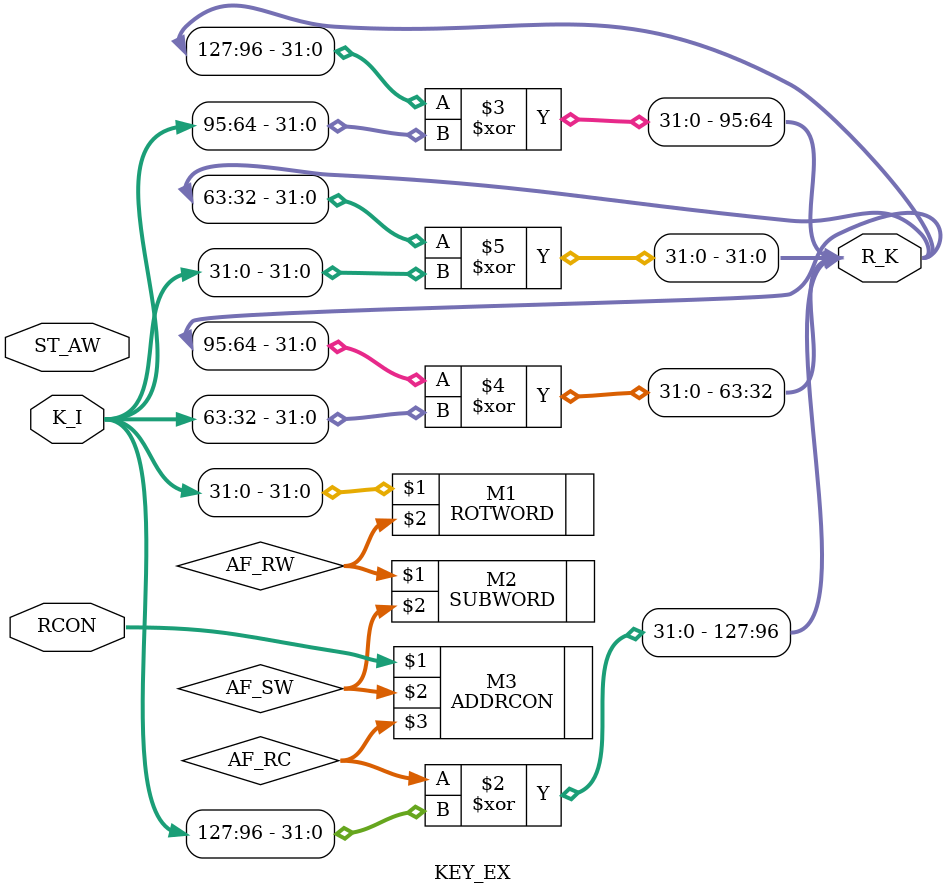
<source format=v>
module KEY_EX(
	 input ST_AW,			//Co the dung lam enable
    input [127:0] K_I,
    input [31:0] RCON,
    output reg [127:0] R_K // Chỉ cho phép một khóa vòng ra ngoài
);
	//Tinh g(W3)
	wire [31:0]AF_RW;
	ROTWORD M1(K_I[31:0], AF_RW);
	wire [31:0]AF_SW;
	SUBWORD M2(AF_RW, AF_SW);
	wire [31:0]AF_RC;
	ADDRCON M3(RCON, AF_SW, AF_RC);

	always@(*)begin //Blocking Sequential		- Nua sua lai them tich cuc MUC: ST_AW
	//W4 = W0 xor g(W3)
		R_K[127:96] = AF_RC ^ K_I[127:96];	
	//W5 = W4 xor W1
		R_K[95:64] = R_K[127:96] ^ K_I[95:64];
	//W6 = W5 xor W2
		R_K[63:32] = R_K[95:64] ^ K_I[63:32];
	//W7 = W6 xor W3
		R_K[31:0] = R_K[63:32] ^ K_I[31:0];
	//Gan lai output
	end
	

endmodule
</source>
